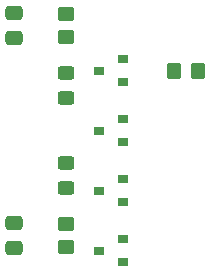
<source format=gbr>
G04 #@! TF.GenerationSoftware,KiCad,Pcbnew,(6.0.2)*
G04 #@! TF.CreationDate,2022-03-04T18:18:09+01:00*
G04 #@! TF.ProjectId,LINK,4c494e4b-2e6b-4696-9361-645f70636258,rev?*
G04 #@! TF.SameCoordinates,Original*
G04 #@! TF.FileFunction,Paste,Top*
G04 #@! TF.FilePolarity,Positive*
%FSLAX46Y46*%
G04 Gerber Fmt 4.6, Leading zero omitted, Abs format (unit mm)*
G04 Created by KiCad (PCBNEW (6.0.2)) date 2022-03-04 18:18:09*
%MOMM*%
%LPD*%
G01*
G04 APERTURE LIST*
G04 Aperture macros list*
%AMRoundRect*
0 Rectangle with rounded corners*
0 $1 Rounding radius*
0 $2 $3 $4 $5 $6 $7 $8 $9 X,Y pos of 4 corners*
0 Add a 4 corners polygon primitive as box body*
4,1,4,$2,$3,$4,$5,$6,$7,$8,$9,$2,$3,0*
0 Add four circle primitives for the rounded corners*
1,1,$1+$1,$2,$3*
1,1,$1+$1,$4,$5*
1,1,$1+$1,$6,$7*
1,1,$1+$1,$8,$9*
0 Add four rect primitives between the rounded corners*
20,1,$1+$1,$2,$3,$4,$5,0*
20,1,$1+$1,$4,$5,$6,$7,0*
20,1,$1+$1,$6,$7,$8,$9,0*
20,1,$1+$1,$8,$9,$2,$3,0*%
G04 Aperture macros list end*
%ADD10RoundRect,0.250000X-0.450000X0.350000X-0.450000X-0.350000X0.450000X-0.350000X0.450000X0.350000X0*%
%ADD11RoundRect,0.250000X-0.450000X0.325000X-0.450000X-0.325000X0.450000X-0.325000X0.450000X0.325000X0*%
%ADD12RoundRect,0.250000X0.450000X-0.325000X0.450000X0.325000X-0.450000X0.325000X-0.450000X-0.325000X0*%
%ADD13RoundRect,0.250000X0.475000X-0.337500X0.475000X0.337500X-0.475000X0.337500X-0.475000X-0.337500X0*%
%ADD14RoundRect,0.250000X-0.475000X0.337500X-0.475000X-0.337500X0.475000X-0.337500X0.475000X0.337500X0*%
%ADD15RoundRect,0.250000X0.450000X-0.350000X0.450000X0.350000X-0.450000X0.350000X-0.450000X-0.350000X0*%
%ADD16R,0.900000X0.800000*%
%ADD17RoundRect,0.250000X0.350000X0.450000X-0.350000X0.450000X-0.350000X-0.450000X0.350000X-0.450000X0*%
G04 APERTURE END LIST*
D10*
X137160000Y-72660000D03*
X137160000Y-74660000D03*
D11*
X137160000Y-85335000D03*
X137160000Y-87385000D03*
D12*
X137160000Y-79765000D03*
X137160000Y-77715000D03*
D13*
X132715000Y-92477500D03*
X132715000Y-90402500D03*
D14*
X132715000Y-72622500D03*
X132715000Y-74697500D03*
D15*
X137160000Y-92440000D03*
X137160000Y-90440000D03*
D16*
X141970000Y-93660000D03*
X141970000Y-91760000D03*
X139970000Y-92710000D03*
X141970000Y-88580000D03*
X141970000Y-86680000D03*
X139970000Y-87630000D03*
X141970000Y-83500000D03*
X141970000Y-81600000D03*
X139970000Y-82550000D03*
X141970000Y-78420000D03*
X141970000Y-76520000D03*
X139970000Y-77470000D03*
D17*
X148320000Y-77470000D03*
X146320000Y-77470000D03*
M02*

</source>
